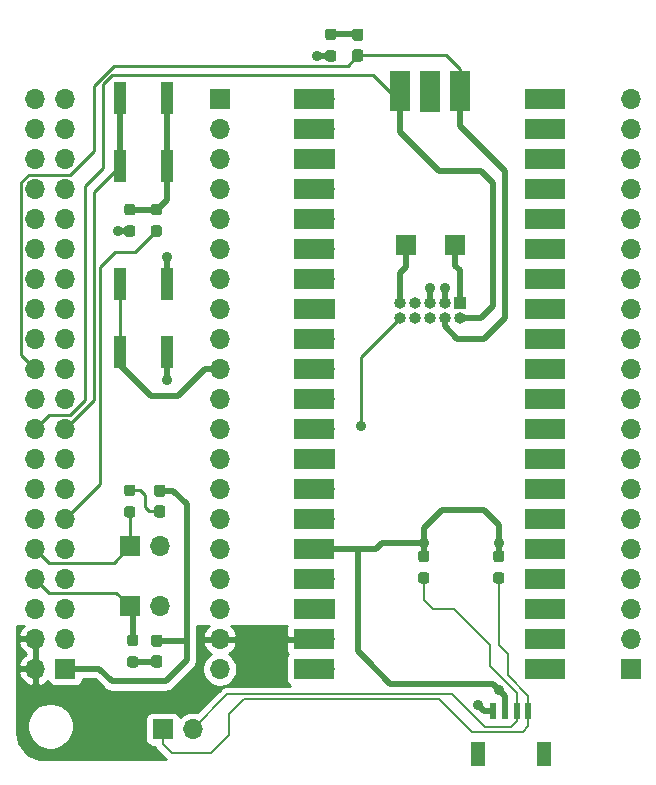
<source format=gtl>
G04 #@! TF.GenerationSoftware,KiCad,Pcbnew,5.1.9*
G04 #@! TF.CreationDate,2021-04-12T13:30:16-03:00*
G04 #@! TF.ProjectId,Piprogrammer,50697072-6f67-4726-916d-6d65722e6b69,rev?*
G04 #@! TF.SameCoordinates,Original*
G04 #@! TF.FileFunction,Copper,L1,Top*
G04 #@! TF.FilePolarity,Positive*
%FSLAX46Y46*%
G04 Gerber Fmt 4.6, Leading zero omitted, Abs format (unit mm)*
G04 Created by KiCad (PCBNEW 5.1.9) date 2021-04-12 13:30:16*
%MOMM*%
%LPD*%
G01*
G04 APERTURE LIST*
G04 #@! TA.AperFunction,SMDPad,CuDef*
%ADD10R,1.000000X2.800000*%
G04 #@! TD*
G04 #@! TA.AperFunction,ComponentPad*
%ADD11O,1.700000X1.700000*%
G04 #@! TD*
G04 #@! TA.AperFunction,ComponentPad*
%ADD12R,1.700000X1.700000*%
G04 #@! TD*
G04 #@! TA.AperFunction,SMDPad,CuDef*
%ADD13R,3.500000X1.700000*%
G04 #@! TD*
G04 #@! TA.AperFunction,SMDPad,CuDef*
%ADD14R,1.700000X3.500000*%
G04 #@! TD*
G04 #@! TA.AperFunction,SMDPad,CuDef*
%ADD15R,1.198880X1.998980*%
G04 #@! TD*
G04 #@! TA.AperFunction,SMDPad,CuDef*
%ADD16R,0.599440X1.348740*%
G04 #@! TD*
G04 #@! TA.AperFunction,ComponentPad*
%ADD17O,1.000000X1.000000*%
G04 #@! TD*
G04 #@! TA.AperFunction,ComponentPad*
%ADD18R,1.000000X1.000000*%
G04 #@! TD*
G04 #@! TA.AperFunction,ViaPad*
%ADD19C,0.900000*%
G04 #@! TD*
G04 #@! TA.AperFunction,Conductor*
%ADD20C,0.508000*%
G04 #@! TD*
G04 #@! TA.AperFunction,Conductor*
%ADD21C,0.254000*%
G04 #@! TD*
G04 #@! TA.AperFunction,Conductor*
%ADD22C,0.200000*%
G04 #@! TD*
G04 #@! TA.AperFunction,Conductor*
%ADD23C,0.100000*%
G04 #@! TD*
G04 APERTURE END LIST*
G04 #@! TA.AperFunction,SMDPad,CuDef*
G36*
G01*
X227923500Y-88361000D02*
X227448500Y-88361000D01*
G75*
G02*
X227211000Y-88123500I0J237500D01*
G01*
X227211000Y-87623500D01*
G75*
G02*
X227448500Y-87386000I237500J0D01*
G01*
X227923500Y-87386000D01*
G75*
G02*
X228161000Y-87623500I0J-237500D01*
G01*
X228161000Y-88123500D01*
G75*
G02*
X227923500Y-88361000I-237500J0D01*
G01*
G37*
G04 #@! TD.AperFunction*
G04 #@! TA.AperFunction,SMDPad,CuDef*
G36*
G01*
X227923500Y-90186000D02*
X227448500Y-90186000D01*
G75*
G02*
X227211000Y-89948500I0J237500D01*
G01*
X227211000Y-89448500D01*
G75*
G02*
X227448500Y-89211000I237500J0D01*
G01*
X227923500Y-89211000D01*
G75*
G02*
X228161000Y-89448500I0J-237500D01*
G01*
X228161000Y-89948500D01*
G75*
G02*
X227923500Y-90186000I-237500J0D01*
G01*
G37*
G04 #@! TD.AperFunction*
D10*
X209811000Y-99052000D03*
X209811000Y-93252000D03*
X213811000Y-99052000D03*
X213811000Y-93252000D03*
G04 #@! TA.AperFunction,SMDPad,CuDef*
G36*
G01*
X210905500Y-103196500D02*
X210430500Y-103196500D01*
G75*
G02*
X210193000Y-102959000I0J237500D01*
G01*
X210193000Y-102459000D01*
G75*
G02*
X210430500Y-102221500I237500J0D01*
G01*
X210905500Y-102221500D01*
G75*
G02*
X211143000Y-102459000I0J-237500D01*
G01*
X211143000Y-102959000D01*
G75*
G02*
X210905500Y-103196500I-237500J0D01*
G01*
G37*
G04 #@! TD.AperFunction*
G04 #@! TA.AperFunction,SMDPad,CuDef*
G36*
G01*
X210905500Y-105021500D02*
X210430500Y-105021500D01*
G75*
G02*
X210193000Y-104784000I0J237500D01*
G01*
X210193000Y-104284000D01*
G75*
G02*
X210430500Y-104046500I237500J0D01*
G01*
X210905500Y-104046500D01*
G75*
G02*
X211143000Y-104284000I0J-237500D01*
G01*
X211143000Y-104784000D01*
G75*
G02*
X210905500Y-105021500I-237500J0D01*
G01*
G37*
G04 #@! TD.AperFunction*
G04 #@! TA.AperFunction,SMDPad,CuDef*
G36*
G01*
X212690499Y-104046500D02*
X213165499Y-104046500D01*
G75*
G02*
X213402999Y-104284000I0J-237500D01*
G01*
X213402999Y-104784000D01*
G75*
G02*
X213165499Y-105021500I-237500J0D01*
G01*
X212690499Y-105021500D01*
G75*
G02*
X212452999Y-104784000I0J237500D01*
G01*
X212452999Y-104284000D01*
G75*
G02*
X212690499Y-104046500I237500J0D01*
G01*
G37*
G04 #@! TD.AperFunction*
G04 #@! TA.AperFunction,SMDPad,CuDef*
G36*
G01*
X212690499Y-102221500D02*
X213165499Y-102221500D01*
G75*
G02*
X213402999Y-102459000I0J-237500D01*
G01*
X213402999Y-102959000D01*
G75*
G02*
X213165499Y-103196500I-237500J0D01*
G01*
X212690499Y-103196500D01*
G75*
G02*
X212452999Y-102959000I0J237500D01*
G01*
X212452999Y-102459000D01*
G75*
G02*
X212690499Y-102221500I237500J0D01*
G01*
G37*
G04 #@! TD.AperFunction*
D11*
X244958000Y-141618000D03*
X244958000Y-139078000D03*
D12*
X244958000Y-136538000D03*
D11*
X244958000Y-133998000D03*
X244958000Y-131458000D03*
X244958000Y-128918000D03*
X244958000Y-126378000D03*
D12*
X244958000Y-123838000D03*
D11*
X244958000Y-121298000D03*
X244958000Y-118758000D03*
X244958000Y-116218000D03*
X244958000Y-113678000D03*
D12*
X244958000Y-111138000D03*
D11*
X244958000Y-108598000D03*
X244958000Y-106058000D03*
X244958000Y-103518000D03*
X244958000Y-100978000D03*
D12*
X244958000Y-98438000D03*
D11*
X244958000Y-95898000D03*
X244958000Y-93358000D03*
X227178000Y-93358000D03*
X227178000Y-95898000D03*
D12*
X227178000Y-98438000D03*
D11*
X227178000Y-100978000D03*
X227178000Y-103518000D03*
X227178000Y-106058000D03*
X227178000Y-108598000D03*
D12*
X227178000Y-111138000D03*
D11*
X227178000Y-113678000D03*
X227178000Y-116218000D03*
X227178000Y-118758000D03*
X227178000Y-121298000D03*
D12*
X227178000Y-123838000D03*
D11*
X227178000Y-126378000D03*
X227178000Y-128918000D03*
X227178000Y-131458000D03*
X227178000Y-133998000D03*
D12*
X227178000Y-136538000D03*
D11*
X227178000Y-139078000D03*
X227178000Y-141618000D03*
D13*
X245858000Y-141618000D03*
X245858000Y-139078000D03*
X245858000Y-136538000D03*
X245858000Y-133998000D03*
X245858000Y-131458000D03*
X245858000Y-128918000D03*
X245858000Y-126378000D03*
X245858000Y-123838000D03*
X245858000Y-121298000D03*
X245858000Y-118758000D03*
X245858000Y-116218000D03*
X245858000Y-113678000D03*
X245858000Y-111138000D03*
X245858000Y-108598000D03*
X245858000Y-106058000D03*
X245858000Y-103518000D03*
X245858000Y-100978000D03*
X245858000Y-98438000D03*
X245858000Y-95898000D03*
X245858000Y-93358000D03*
X226278000Y-141618000D03*
X226278000Y-139078000D03*
X226278000Y-136538000D03*
X226278000Y-133998000D03*
X226278000Y-131458000D03*
X226278000Y-128918000D03*
X226278000Y-126378000D03*
X226278000Y-123838000D03*
X226278000Y-121298000D03*
X226278000Y-118758000D03*
X226278000Y-116218000D03*
X226278000Y-113678000D03*
X226278000Y-111138000D03*
X226278000Y-108598000D03*
X226278000Y-106058000D03*
X226278000Y-103518000D03*
X226278000Y-100978000D03*
X226278000Y-98438000D03*
X226278000Y-95898000D03*
X226278000Y-93358000D03*
D14*
X238608000Y-92688000D03*
D11*
X238608000Y-93588000D03*
D14*
X236068000Y-92688000D03*
D12*
X236068000Y-93588000D03*
D14*
X233528000Y-92688000D03*
D11*
X233528000Y-93588000D03*
G04 #@! TA.AperFunction,SMDPad,CuDef*
G36*
G01*
X235797500Y-132557000D02*
X235322500Y-132557000D01*
G75*
G02*
X235085000Y-132319500I0J237500D01*
G01*
X235085000Y-131819500D01*
G75*
G02*
X235322500Y-131582000I237500J0D01*
G01*
X235797500Y-131582000D01*
G75*
G02*
X236035000Y-131819500I0J-237500D01*
G01*
X236035000Y-132319500D01*
G75*
G02*
X235797500Y-132557000I-237500J0D01*
G01*
G37*
G04 #@! TD.AperFunction*
G04 #@! TA.AperFunction,SMDPad,CuDef*
G36*
G01*
X235797500Y-134382000D02*
X235322500Y-134382000D01*
G75*
G02*
X235085000Y-134144500I0J237500D01*
G01*
X235085000Y-133644500D01*
G75*
G02*
X235322500Y-133407000I237500J0D01*
G01*
X235797500Y-133407000D01*
G75*
G02*
X236035000Y-133644500I0J-237500D01*
G01*
X236035000Y-134144500D01*
G75*
G02*
X235797500Y-134382000I-237500J0D01*
G01*
G37*
G04 #@! TD.AperFunction*
G04 #@! TA.AperFunction,SMDPad,CuDef*
G36*
G01*
X242147500Y-132557000D02*
X241672500Y-132557000D01*
G75*
G02*
X241435000Y-132319500I0J237500D01*
G01*
X241435000Y-131819500D01*
G75*
G02*
X241672500Y-131582000I237500J0D01*
G01*
X242147500Y-131582000D01*
G75*
G02*
X242385000Y-131819500I0J-237500D01*
G01*
X242385000Y-132319500D01*
G75*
G02*
X242147500Y-132557000I-237500J0D01*
G01*
G37*
G04 #@! TD.AperFunction*
G04 #@! TA.AperFunction,SMDPad,CuDef*
G36*
G01*
X242147500Y-134382000D02*
X241672500Y-134382000D01*
G75*
G02*
X241435000Y-134144500I0J237500D01*
G01*
X241435000Y-133644500D01*
G75*
G02*
X241672500Y-133407000I237500J0D01*
G01*
X242147500Y-133407000D01*
G75*
G02*
X242385000Y-133644500I0J-237500D01*
G01*
X242385000Y-134144500D01*
G75*
G02*
X242147500Y-134382000I-237500J0D01*
G01*
G37*
G04 #@! TD.AperFunction*
G04 #@! TA.AperFunction,SMDPad,CuDef*
G36*
G01*
X210905500Y-126969000D02*
X210430500Y-126969000D01*
G75*
G02*
X210193000Y-126731500I0J237500D01*
G01*
X210193000Y-126231500D01*
G75*
G02*
X210430500Y-125994000I237500J0D01*
G01*
X210905500Y-125994000D01*
G75*
G02*
X211143000Y-126231500I0J-237500D01*
G01*
X211143000Y-126731500D01*
G75*
G02*
X210905500Y-126969000I-237500J0D01*
G01*
G37*
G04 #@! TD.AperFunction*
G04 #@! TA.AperFunction,SMDPad,CuDef*
G36*
G01*
X210905500Y-128794000D02*
X210430500Y-128794000D01*
G75*
G02*
X210193000Y-128556500I0J237500D01*
G01*
X210193000Y-128056500D01*
G75*
G02*
X210430500Y-127819000I237500J0D01*
G01*
X210905500Y-127819000D01*
G75*
G02*
X211143000Y-128056500I0J-237500D01*
G01*
X211143000Y-128556500D01*
G75*
G02*
X210905500Y-128794000I-237500J0D01*
G01*
G37*
G04 #@! TD.AperFunction*
G04 #@! TA.AperFunction,SMDPad,CuDef*
G36*
G01*
X210684500Y-140519000D02*
X211159500Y-140519000D01*
G75*
G02*
X211397000Y-140756500I0J-237500D01*
G01*
X211397000Y-141256500D01*
G75*
G02*
X211159500Y-141494000I-237500J0D01*
G01*
X210684500Y-141494000D01*
G75*
G02*
X210447000Y-141256500I0J237500D01*
G01*
X210447000Y-140756500D01*
G75*
G02*
X210684500Y-140519000I237500J0D01*
G01*
G37*
G04 #@! TD.AperFunction*
G04 #@! TA.AperFunction,SMDPad,CuDef*
G36*
G01*
X210684500Y-138694000D02*
X211159500Y-138694000D01*
G75*
G02*
X211397000Y-138931500I0J-237500D01*
G01*
X211397000Y-139431500D01*
G75*
G02*
X211159500Y-139669000I-237500J0D01*
G01*
X210684500Y-139669000D01*
G75*
G02*
X210447000Y-139431500I0J237500D01*
G01*
X210447000Y-138931500D01*
G75*
G02*
X210684500Y-138694000I237500J0D01*
G01*
G37*
G04 #@! TD.AperFunction*
D15*
X240126920Y-148846840D03*
X245725080Y-148846840D03*
D16*
X244424600Y-145174000D03*
X243423840Y-145174000D03*
X242428160Y-145174000D03*
X241427400Y-145174000D03*
D12*
X234036000Y-105677000D03*
D11*
X216002000Y-146698000D03*
D12*
X213462000Y-146698000D03*
D17*
X233528000Y-111900000D03*
X233528000Y-110630000D03*
X234798000Y-111900000D03*
X234798000Y-110630000D03*
X236068000Y-111900000D03*
X236068000Y-110630000D03*
X237338000Y-111900000D03*
X237338000Y-110630000D03*
X238608000Y-111900000D03*
D18*
X238608000Y-110630000D03*
D12*
X238227000Y-105677000D03*
D11*
X218288000Y-141618000D03*
X218288000Y-139078000D03*
X218288000Y-136538000D03*
X218288000Y-133998000D03*
X218288000Y-131458000D03*
X218288000Y-128918000D03*
X218288000Y-126378000D03*
X218288000Y-123838000D03*
X218288000Y-121298000D03*
X218288000Y-118758000D03*
X218288000Y-116218000D03*
X218288000Y-113678000D03*
X218288000Y-111138000D03*
X218288000Y-108598000D03*
X218288000Y-106058000D03*
X218288000Y-103518000D03*
X218288000Y-100978000D03*
X218288000Y-98438000D03*
X218288000Y-95898000D03*
D12*
X218288000Y-93358000D03*
D11*
X253086000Y-93320000D03*
X253086000Y-95860000D03*
X253086000Y-98400000D03*
X253086000Y-100940000D03*
X253086000Y-103480000D03*
X253086000Y-106020000D03*
X253086000Y-108560000D03*
X253086000Y-111100000D03*
X253086000Y-113640000D03*
X253086000Y-116180000D03*
X253086000Y-118720000D03*
X253086000Y-121260000D03*
X253086000Y-123800000D03*
X253086000Y-126340000D03*
X253086000Y-128880000D03*
X253086000Y-131420000D03*
X253086000Y-133960000D03*
X253086000Y-136500000D03*
X253086000Y-139040000D03*
D12*
X253086000Y-141580000D03*
D11*
X213248000Y-131204000D03*
D12*
X210708000Y-131204000D03*
D11*
X213208000Y-136284000D03*
D12*
X210668000Y-136284000D03*
G04 #@! TA.AperFunction,SMDPad,CuDef*
G36*
G01*
X229734500Y-87386000D02*
X230209500Y-87386000D01*
G75*
G02*
X230447000Y-87623500I0J-237500D01*
G01*
X230447000Y-88198500D01*
G75*
G02*
X230209500Y-88436000I-237500J0D01*
G01*
X229734500Y-88436000D01*
G75*
G02*
X229497000Y-88198500I0J237500D01*
G01*
X229497000Y-87623500D01*
G75*
G02*
X229734500Y-87386000I237500J0D01*
G01*
G37*
G04 #@! TD.AperFunction*
G04 #@! TA.AperFunction,SMDPad,CuDef*
G36*
G01*
X229734500Y-89136000D02*
X230209500Y-89136000D01*
G75*
G02*
X230447000Y-89373500I0J-237500D01*
G01*
X230447000Y-89948500D01*
G75*
G02*
X230209500Y-90186000I-237500J0D01*
G01*
X229734500Y-90186000D01*
G75*
G02*
X229497000Y-89948500I0J237500D01*
G01*
X229497000Y-89373500D01*
G75*
G02*
X229734500Y-89136000I237500J0D01*
G01*
G37*
G04 #@! TD.AperFunction*
G04 #@! TA.AperFunction,SMDPad,CuDef*
G36*
G01*
X213445500Y-128794000D02*
X212970500Y-128794000D01*
G75*
G02*
X212733000Y-128556500I0J237500D01*
G01*
X212733000Y-127981500D01*
G75*
G02*
X212970500Y-127744000I237500J0D01*
G01*
X213445500Y-127744000D01*
G75*
G02*
X213683000Y-127981500I0J-237500D01*
G01*
X213683000Y-128556500D01*
G75*
G02*
X213445500Y-128794000I-237500J0D01*
G01*
G37*
G04 #@! TD.AperFunction*
G04 #@! TA.AperFunction,SMDPad,CuDef*
G36*
G01*
X213445500Y-127044000D02*
X212970500Y-127044000D01*
G75*
G02*
X212733000Y-126806500I0J237500D01*
G01*
X212733000Y-126231500D01*
G75*
G02*
X212970500Y-125994000I237500J0D01*
G01*
X213445500Y-125994000D01*
G75*
G02*
X213683000Y-126231500I0J-237500D01*
G01*
X213683000Y-126806500D01*
G75*
G02*
X213445500Y-127044000I-237500J0D01*
G01*
G37*
G04 #@! TD.AperFunction*
G04 #@! TA.AperFunction,SMDPad,CuDef*
G36*
G01*
X213191500Y-139744000D02*
X212716500Y-139744000D01*
G75*
G02*
X212479000Y-139506500I0J237500D01*
G01*
X212479000Y-138931500D01*
G75*
G02*
X212716500Y-138694000I237500J0D01*
G01*
X213191500Y-138694000D01*
G75*
G02*
X213429000Y-138931500I0J-237500D01*
G01*
X213429000Y-139506500D01*
G75*
G02*
X213191500Y-139744000I-237500J0D01*
G01*
G37*
G04 #@! TD.AperFunction*
G04 #@! TA.AperFunction,SMDPad,CuDef*
G36*
G01*
X213191500Y-141494000D02*
X212716500Y-141494000D01*
G75*
G02*
X212479000Y-141256500I0J237500D01*
G01*
X212479000Y-140681500D01*
G75*
G02*
X212716500Y-140444000I237500J0D01*
G01*
X213191500Y-140444000D01*
G75*
G02*
X213429000Y-140681500I0J-237500D01*
G01*
X213429000Y-141256500D01*
G75*
G02*
X213191500Y-141494000I-237500J0D01*
G01*
G37*
G04 #@! TD.AperFunction*
X205220000Y-141580000D03*
D11*
X202680000Y-141580000D03*
X205220000Y-139040000D03*
X202680000Y-139040000D03*
X205220000Y-136500000D03*
X202680000Y-136500000D03*
X205220000Y-133960000D03*
X202680000Y-133960000D03*
X205220000Y-131420000D03*
X202680000Y-131420000D03*
X205220000Y-128880000D03*
X202680000Y-128880000D03*
X205220000Y-126340000D03*
X202680000Y-126340000D03*
X205220000Y-123800000D03*
X202680000Y-123800000D03*
X205220000Y-121260000D03*
X202680000Y-121260000D03*
X205220000Y-118720000D03*
X202680000Y-118720000D03*
X205220000Y-116180000D03*
X202680000Y-116180000D03*
X205220000Y-113640000D03*
X202680000Y-113640000D03*
X205220000Y-111100000D03*
X202680000Y-111100000D03*
X205220000Y-108560000D03*
X202680000Y-108560000D03*
X205220000Y-106020000D03*
X202680000Y-106020000D03*
X205220000Y-103480000D03*
X202680000Y-103480000D03*
X205220000Y-100940000D03*
X202680000Y-100940000D03*
X205220000Y-98400000D03*
X202680000Y-98400000D03*
X205220000Y-95860000D03*
X202680000Y-95860000D03*
X205220000Y-93320000D03*
X202680000Y-93320000D03*
D10*
X213811000Y-109000000D03*
X213811000Y-114800000D03*
X209811000Y-109000000D03*
X209811000Y-114800000D03*
D19*
X213811000Y-106725000D03*
X209652000Y-104534000D03*
X236068000Y-109360000D03*
X237338000Y-109360000D03*
X240132000Y-144666000D03*
X213811000Y-117139000D03*
X226519500Y-89698500D03*
X230226000Y-121044000D03*
X235560000Y-130950000D03*
X241910000Y-130950000D03*
X241910000Y-143396000D03*
D20*
X209811000Y-93252000D02*
X209811000Y-99052000D01*
D21*
X207620000Y-101243000D02*
X209811000Y-99052000D01*
X207620000Y-118860000D02*
X207620000Y-101243000D01*
X205220000Y-121260000D02*
X207620000Y-118860000D01*
D20*
X212954000Y-139219000D02*
X214337000Y-139219000D01*
X208090000Y-141580000D02*
X205220000Y-141580000D01*
X209144000Y-142634000D02*
X208090000Y-141580000D01*
X213716000Y-142634000D02*
X209144000Y-142634000D01*
X215494000Y-140856000D02*
X213716000Y-142634000D01*
X214365000Y-126519000D02*
X215494000Y-127648000D01*
X213208000Y-126519000D02*
X214365000Y-126519000D01*
X215353000Y-139219000D02*
X215494000Y-139078000D01*
X212954000Y-139219000D02*
X215353000Y-139219000D01*
X215494000Y-139078000D02*
X215494000Y-140856000D01*
X215494000Y-127648000D02*
X215494000Y-139078000D01*
X213811000Y-109000000D02*
X213811000Y-106725000D01*
X210668000Y-104534000D02*
X209652000Y-104534000D01*
X236068000Y-110630000D02*
X236068000Y-109360000D01*
X237338000Y-110630000D02*
X237338000Y-109360000D01*
X241427400Y-145174000D02*
X240640000Y-145174000D01*
X240640000Y-145174000D02*
X240132000Y-144666000D01*
X213811000Y-114800000D02*
X213811000Y-117139000D01*
X227686000Y-89698500D02*
X226519500Y-89698500D01*
D21*
X211149999Y-106312000D02*
X212927999Y-104534000D01*
X208128000Y-107582000D02*
X209398000Y-106312000D01*
X209398000Y-106312000D02*
X211149999Y-106312000D01*
X208128000Y-125972000D02*
X208128000Y-107582000D01*
X205220000Y-128880000D02*
X208128000Y-125972000D01*
D20*
X212916500Y-141006500D02*
X212954000Y-140969000D01*
X210922000Y-141006500D02*
X212916500Y-141006500D01*
D21*
X210668000Y-126481500D02*
X211533500Y-126481500D01*
X211533500Y-126481500D02*
X211938000Y-126886000D01*
X211938000Y-126886000D02*
X211938000Y-127902000D01*
X212305000Y-128269000D02*
X213208000Y-128269000D01*
X211938000Y-127902000D02*
X212305000Y-128269000D01*
D20*
X238608000Y-93588000D02*
X238608000Y-95644000D01*
X238608000Y-95644000D02*
X242418000Y-99454000D01*
X242418000Y-99454000D02*
X242418000Y-111900000D01*
X242418000Y-111900000D02*
X240640000Y-113678000D01*
X237338000Y-112607106D02*
X237338000Y-111900000D01*
X238408894Y-113678000D02*
X237338000Y-112607106D01*
X240640000Y-113678000D02*
X238408894Y-113678000D01*
D21*
X238608000Y-90818000D02*
X238608000Y-93588000D01*
X237451000Y-89661000D02*
X238608000Y-90818000D01*
X207620000Y-92207934D02*
X209314924Y-90513010D01*
X207620000Y-97741962D02*
X207620000Y-92207934D01*
X205598963Y-99762999D02*
X207620000Y-97741962D01*
X209314924Y-90513010D02*
X229119990Y-90513010D01*
X202115039Y-99762999D02*
X205598963Y-99762999D01*
X201502999Y-115002999D02*
X201502999Y-100375039D01*
X229119990Y-90513010D02*
X229972000Y-89661000D01*
X201502999Y-100375039D02*
X202115039Y-99762999D01*
X202680000Y-116180000D02*
X201502999Y-115002999D01*
X229972000Y-89661000D02*
X237451000Y-89661000D01*
D20*
X227686000Y-87873500D02*
X229934500Y-87873500D01*
X210922000Y-136538000D02*
X210668000Y-136284000D01*
X210922000Y-139181500D02*
X210922000Y-136538000D01*
D21*
X209521001Y-135137001D02*
X210668000Y-136284000D01*
X203857001Y-135137001D02*
X209521001Y-135137001D01*
X202680000Y-133960000D02*
X203857001Y-135137001D01*
X209314999Y-132597001D02*
X210708000Y-131204000D01*
X203857001Y-132597001D02*
X209314999Y-132597001D01*
X202680000Y-131420000D02*
X203857001Y-132597001D01*
X210668000Y-131164000D02*
X210708000Y-131204000D01*
X210668000Y-128306500D02*
X210668000Y-131164000D01*
X209811000Y-109000000D02*
X209811000Y-114800000D01*
D20*
X209811000Y-114800000D02*
X209811000Y-115869000D01*
X209811000Y-115869000D02*
X212446000Y-118504000D01*
X212446000Y-118504000D02*
X214732000Y-118504000D01*
X214732000Y-118504000D02*
X217018000Y-116218000D01*
X217018000Y-116218000D02*
X218288000Y-116218000D01*
X238227000Y-105677000D02*
X238227000Y-107455000D01*
X238608000Y-107836000D02*
X238608000Y-110630000D01*
X238227000Y-107455000D02*
X238608000Y-107836000D01*
D21*
X230226000Y-115202000D02*
X233528000Y-111900000D01*
X230226000Y-115202000D02*
X230226000Y-121044000D01*
D20*
X233528000Y-110630000D02*
X233528000Y-108090000D01*
X234036000Y-107582000D02*
X234036000Y-105677000D01*
X233528000Y-108090000D02*
X234036000Y-107582000D01*
X240386000Y-111900000D02*
X238608000Y-111900000D01*
X241402000Y-110884000D02*
X240386000Y-111900000D01*
X240386000Y-99454000D02*
X241402000Y-100470000D01*
X233528000Y-96152000D02*
X236830000Y-99454000D01*
X241402000Y-100470000D02*
X241402000Y-110884000D01*
X236830000Y-99454000D02*
X240386000Y-99454000D01*
X233528000Y-93588000D02*
X233528000Y-96152000D01*
D21*
X231266000Y-91326000D02*
X233528000Y-93588000D01*
X206858000Y-100724000D02*
X208382000Y-99200000D01*
X206858000Y-118823962D02*
X206858000Y-100724000D01*
X205598963Y-120082999D02*
X206858000Y-118823962D01*
X203857001Y-120082999D02*
X205598963Y-120082999D01*
X202680000Y-121260000D02*
X203857001Y-120082999D01*
X208382000Y-92088000D02*
X209144000Y-91326000D01*
X209144000Y-91326000D02*
X231266000Y-91326000D01*
X208382000Y-99200000D02*
X208382000Y-92088000D01*
D22*
X243423840Y-146048370D02*
X242920220Y-146551990D01*
X243423840Y-145174000D02*
X243423840Y-146048370D01*
X235560000Y-133894500D02*
X235560000Y-135776000D01*
X235560000Y-135776000D02*
X236322000Y-136538000D01*
X238127002Y-136538000D02*
X241148000Y-139558998D01*
X236322000Y-136538000D02*
X238127002Y-136538000D01*
X241148000Y-139558998D02*
X241148000Y-141364000D01*
X243423840Y-143639840D02*
X243423840Y-145174000D01*
X241148000Y-141364000D02*
X243423840Y-143639840D01*
X218942010Y-143757990D02*
X237953990Y-143757990D01*
X216002000Y-146698000D02*
X218942010Y-143757990D01*
X240747990Y-146551990D02*
X237953990Y-143757990D01*
X242920220Y-146551990D02*
X240747990Y-146551990D01*
X243942000Y-146952000D02*
X244424600Y-146469400D01*
X236830000Y-144158000D02*
X239624000Y-146952000D01*
X220320000Y-144158000D02*
X236830000Y-144158000D01*
X219050000Y-147206000D02*
X219050000Y-145428000D01*
X239624000Y-146952000D02*
X243942000Y-146952000D01*
X217526000Y-148730000D02*
X219050000Y-147206000D01*
X244424600Y-146469400D02*
X244424600Y-145174000D01*
X214224000Y-148730000D02*
X217526000Y-148730000D01*
X219050000Y-145428000D02*
X220320000Y-144158000D01*
X213462000Y-147968000D02*
X214224000Y-148730000D01*
X213462000Y-146698000D02*
X213462000Y-147968000D01*
X241910000Y-133894500D02*
X241910000Y-139586000D01*
X241910000Y-139586000D02*
X242672000Y-140348000D01*
X242672000Y-140348000D02*
X242672000Y-142126000D01*
X244424600Y-143878600D02*
X244424600Y-145174000D01*
X242672000Y-142126000D02*
X244424600Y-143878600D01*
D20*
X213811000Y-93252000D02*
X213811000Y-99052000D01*
X210668000Y-102709000D02*
X212927999Y-102709000D01*
X212927999Y-102709000D02*
X213001000Y-102709000D01*
X213811000Y-101899000D02*
X213811000Y-99052000D01*
X213001000Y-102709000D02*
X213811000Y-101899000D01*
X235560000Y-132069500D02*
X235560000Y-130950000D01*
X241910000Y-132069500D02*
X241910000Y-130950000D01*
X242428160Y-145174000D02*
X242428160Y-143914160D01*
X242428160Y-143914160D02*
X241910000Y-143396000D01*
X232004000Y-130950000D02*
X235560000Y-130950000D01*
X231496000Y-131458000D02*
X232004000Y-130950000D01*
X235560000Y-130950000D02*
X235560000Y-129680000D01*
X235560000Y-129680000D02*
X237084000Y-128156000D01*
X237084000Y-128156000D02*
X240640000Y-128156000D01*
X241910000Y-129426000D02*
X241910000Y-130950000D01*
X240640000Y-128156000D02*
X241910000Y-129426000D01*
X241910000Y-143396000D02*
X241402000Y-142888000D01*
X232739078Y-142888000D02*
X230734000Y-140882922D01*
X241402000Y-142888000D02*
X232739078Y-142888000D01*
X230734000Y-140882922D02*
X230734000Y-140856000D01*
X230734000Y-140856000D02*
X229972000Y-140094000D01*
X229972000Y-140094000D02*
X229972000Y-131458000D01*
X229972000Y-131458000D02*
X231496000Y-131458000D01*
X227178000Y-131458000D02*
X229972000Y-131458000D01*
D21*
X201582412Y-138039731D02*
X201408359Y-138273080D01*
X201283175Y-138535901D01*
X201238524Y-138683110D01*
X201359845Y-138913000D01*
X202553000Y-138913000D01*
X202553000Y-138893000D01*
X202807000Y-138893000D01*
X202807000Y-138913000D01*
X202827000Y-138913000D01*
X202827000Y-139167000D01*
X202807000Y-139167000D01*
X202807000Y-141453000D01*
X202827000Y-141453000D01*
X202827000Y-141707000D01*
X202807000Y-141707000D01*
X202807000Y-142900814D01*
X203036891Y-143021481D01*
X203311252Y-142924157D01*
X203561355Y-142775178D01*
X203757502Y-142598374D01*
X203780498Y-142674180D01*
X203839463Y-142784494D01*
X203918815Y-142881185D01*
X204015506Y-142960537D01*
X204125820Y-143019502D01*
X204245518Y-143055812D01*
X204370000Y-143068072D01*
X206070000Y-143068072D01*
X206194482Y-143055812D01*
X206314180Y-143019502D01*
X206424494Y-142960537D01*
X206521185Y-142881185D01*
X206600537Y-142784494D01*
X206659502Y-142674180D01*
X206695812Y-142554482D01*
X206704231Y-142469000D01*
X207721765Y-142469000D01*
X208484505Y-143231741D01*
X208512341Y-143265659D01*
X208647709Y-143376753D01*
X208802149Y-143459303D01*
X208855073Y-143475357D01*
X208969724Y-143510136D01*
X209002924Y-143513406D01*
X209100333Y-143523000D01*
X209100339Y-143523000D01*
X209143999Y-143527300D01*
X209187659Y-143523000D01*
X213672340Y-143523000D01*
X213716000Y-143527300D01*
X213759660Y-143523000D01*
X213759667Y-143523000D01*
X213890274Y-143510136D01*
X214057851Y-143459303D01*
X214212291Y-143376753D01*
X214347659Y-143265659D01*
X214375499Y-143231736D01*
X216091742Y-141515494D01*
X216125659Y-141487659D01*
X216138723Y-141471740D01*
X216803000Y-141471740D01*
X216803000Y-141764260D01*
X216860068Y-142051158D01*
X216972010Y-142321411D01*
X217134525Y-142564632D01*
X217341368Y-142771475D01*
X217584589Y-142933990D01*
X217854842Y-143045932D01*
X218141740Y-143103000D01*
X218434260Y-143103000D01*
X218721158Y-143045932D01*
X218991411Y-142933990D01*
X219234632Y-142771475D01*
X219441475Y-142564632D01*
X219603990Y-142321411D01*
X219715932Y-142051158D01*
X219773000Y-141764260D01*
X219773000Y-141471740D01*
X219715932Y-141184842D01*
X219603990Y-140914589D01*
X219441475Y-140671368D01*
X219234632Y-140464525D01*
X219052466Y-140342805D01*
X219169355Y-140273178D01*
X219385588Y-140078269D01*
X219559641Y-139844920D01*
X219684825Y-139582099D01*
X219729476Y-139434890D01*
X219608155Y-139205000D01*
X218415000Y-139205000D01*
X218415000Y-139225000D01*
X218161000Y-139225000D01*
X218161000Y-139205000D01*
X216967845Y-139205000D01*
X216846524Y-139434890D01*
X216891175Y-139582099D01*
X217016359Y-139844920D01*
X217190412Y-140078269D01*
X217406645Y-140273178D01*
X217523534Y-140342805D01*
X217341368Y-140464525D01*
X217134525Y-140671368D01*
X216972010Y-140914589D01*
X216860068Y-141184842D01*
X216803000Y-141471740D01*
X216138723Y-141471740D01*
X216236753Y-141352291D01*
X216319303Y-141197851D01*
X216370136Y-141030274D01*
X216383000Y-140899667D01*
X216383000Y-140899660D01*
X216387300Y-140856000D01*
X216383000Y-140812340D01*
X216383000Y-139121661D01*
X216387300Y-139078001D01*
X216383000Y-139034341D01*
X216383000Y-137935000D01*
X217348758Y-137935000D01*
X217190412Y-138077731D01*
X217016359Y-138311080D01*
X216891175Y-138573901D01*
X216846524Y-138721110D01*
X216967845Y-138951000D01*
X218161000Y-138951000D01*
X218161000Y-138931000D01*
X218415000Y-138931000D01*
X218415000Y-138951000D01*
X219608155Y-138951000D01*
X219729476Y-138721110D01*
X219684825Y-138573901D01*
X219559641Y-138311080D01*
X219385588Y-138077731D01*
X219227242Y-137935000D01*
X223964593Y-137935000D01*
X223938498Y-137983820D01*
X223902188Y-138103518D01*
X223889928Y-138228000D01*
X223893000Y-138792250D01*
X224051750Y-138951000D01*
X226425000Y-138951000D01*
X226425000Y-139205000D01*
X224051750Y-139205000D01*
X223893000Y-139363750D01*
X223889928Y-139928000D01*
X223902188Y-140052482D01*
X223938498Y-140172180D01*
X223997463Y-140282494D01*
X224051222Y-140348000D01*
X223997463Y-140413506D01*
X223938498Y-140523820D01*
X223902188Y-140643518D01*
X223889928Y-140768000D01*
X223889928Y-142468000D01*
X223902188Y-142592482D01*
X223938498Y-142712180D01*
X223997463Y-142822494D01*
X224076815Y-142919185D01*
X224173506Y-142998537D01*
X224219254Y-143022990D01*
X218978114Y-143022990D01*
X218942009Y-143019434D01*
X218797924Y-143033625D01*
X218757354Y-143045932D01*
X218659377Y-143075653D01*
X218531690Y-143143903D01*
X218419772Y-143235752D01*
X218396756Y-143263797D01*
X216397897Y-145262656D01*
X216148260Y-145213000D01*
X215855740Y-145213000D01*
X215568842Y-145270068D01*
X215298589Y-145382010D01*
X215055368Y-145544525D01*
X214923513Y-145676380D01*
X214901502Y-145603820D01*
X214842537Y-145493506D01*
X214763185Y-145396815D01*
X214666494Y-145317463D01*
X214556180Y-145258498D01*
X214436482Y-145222188D01*
X214312000Y-145209928D01*
X212612000Y-145209928D01*
X212487518Y-145222188D01*
X212367820Y-145258498D01*
X212257506Y-145317463D01*
X212160815Y-145396815D01*
X212081463Y-145493506D01*
X212022498Y-145603820D01*
X211986188Y-145723518D01*
X211973928Y-145848000D01*
X211973928Y-147548000D01*
X211986188Y-147672482D01*
X212022498Y-147792180D01*
X212081463Y-147902494D01*
X212160815Y-147999185D01*
X212257506Y-148078537D01*
X212367820Y-148137502D01*
X212487518Y-148173812D01*
X212612000Y-148186072D01*
X212760079Y-148186072D01*
X212779664Y-148250633D01*
X212847914Y-148378320D01*
X212939763Y-148490238D01*
X212967808Y-148513254D01*
X213678746Y-149224193D01*
X213701762Y-149252238D01*
X213717312Y-149265000D01*
X203483504Y-149265000D01*
X203000984Y-149217688D01*
X202569073Y-149087287D01*
X202170720Y-148875480D01*
X201821086Y-148590325D01*
X201533503Y-148242697D01*
X201318915Y-147845825D01*
X201185500Y-147414834D01*
X201135000Y-146934346D01*
X201135000Y-146254495D01*
X201965000Y-146254495D01*
X201965000Y-146645505D01*
X202041282Y-147029003D01*
X202190915Y-147390250D01*
X202408149Y-147715364D01*
X202684636Y-147991851D01*
X203009750Y-148209085D01*
X203370997Y-148358718D01*
X203754495Y-148435000D01*
X204145505Y-148435000D01*
X204529003Y-148358718D01*
X204890250Y-148209085D01*
X205215364Y-147991851D01*
X205491851Y-147715364D01*
X205709085Y-147390250D01*
X205858718Y-147029003D01*
X205935000Y-146645505D01*
X205935000Y-146254495D01*
X205858718Y-145870997D01*
X205709085Y-145509750D01*
X205491851Y-145184636D01*
X205215364Y-144908149D01*
X204890250Y-144690915D01*
X204529003Y-144541282D01*
X204145505Y-144465000D01*
X203754495Y-144465000D01*
X203370997Y-144541282D01*
X203009750Y-144690915D01*
X202684636Y-144908149D01*
X202408149Y-145184636D01*
X202190915Y-145509750D01*
X202041282Y-145870997D01*
X201965000Y-146254495D01*
X201135000Y-146254495D01*
X201135000Y-141936890D01*
X201238524Y-141936890D01*
X201283175Y-142084099D01*
X201408359Y-142346920D01*
X201582412Y-142580269D01*
X201798645Y-142775178D01*
X202048748Y-142924157D01*
X202323109Y-143021481D01*
X202553000Y-142900814D01*
X202553000Y-141707000D01*
X201359845Y-141707000D01*
X201238524Y-141936890D01*
X201135000Y-141936890D01*
X201135000Y-139396890D01*
X201238524Y-139396890D01*
X201283175Y-139544099D01*
X201408359Y-139806920D01*
X201582412Y-140040269D01*
X201798645Y-140235178D01*
X201924255Y-140310000D01*
X201798645Y-140384822D01*
X201582412Y-140579731D01*
X201408359Y-140813080D01*
X201283175Y-141075901D01*
X201238524Y-141223110D01*
X201359845Y-141453000D01*
X202553000Y-141453000D01*
X202553000Y-139167000D01*
X201359845Y-139167000D01*
X201238524Y-139396890D01*
X201135000Y-139396890D01*
X201135000Y-137935000D01*
X201698601Y-137935000D01*
X201582412Y-138039731D01*
G04 #@! TA.AperFunction,Conductor*
D23*
G36*
X201582412Y-138039731D02*
G01*
X201408359Y-138273080D01*
X201283175Y-138535901D01*
X201238524Y-138683110D01*
X201359845Y-138913000D01*
X202553000Y-138913000D01*
X202553000Y-138893000D01*
X202807000Y-138893000D01*
X202807000Y-138913000D01*
X202827000Y-138913000D01*
X202827000Y-139167000D01*
X202807000Y-139167000D01*
X202807000Y-141453000D01*
X202827000Y-141453000D01*
X202827000Y-141707000D01*
X202807000Y-141707000D01*
X202807000Y-142900814D01*
X203036891Y-143021481D01*
X203311252Y-142924157D01*
X203561355Y-142775178D01*
X203757502Y-142598374D01*
X203780498Y-142674180D01*
X203839463Y-142784494D01*
X203918815Y-142881185D01*
X204015506Y-142960537D01*
X204125820Y-143019502D01*
X204245518Y-143055812D01*
X204370000Y-143068072D01*
X206070000Y-143068072D01*
X206194482Y-143055812D01*
X206314180Y-143019502D01*
X206424494Y-142960537D01*
X206521185Y-142881185D01*
X206600537Y-142784494D01*
X206659502Y-142674180D01*
X206695812Y-142554482D01*
X206704231Y-142469000D01*
X207721765Y-142469000D01*
X208484505Y-143231741D01*
X208512341Y-143265659D01*
X208647709Y-143376753D01*
X208802149Y-143459303D01*
X208855073Y-143475357D01*
X208969724Y-143510136D01*
X209002924Y-143513406D01*
X209100333Y-143523000D01*
X209100339Y-143523000D01*
X209143999Y-143527300D01*
X209187659Y-143523000D01*
X213672340Y-143523000D01*
X213716000Y-143527300D01*
X213759660Y-143523000D01*
X213759667Y-143523000D01*
X213890274Y-143510136D01*
X214057851Y-143459303D01*
X214212291Y-143376753D01*
X214347659Y-143265659D01*
X214375499Y-143231736D01*
X216091742Y-141515494D01*
X216125659Y-141487659D01*
X216138723Y-141471740D01*
X216803000Y-141471740D01*
X216803000Y-141764260D01*
X216860068Y-142051158D01*
X216972010Y-142321411D01*
X217134525Y-142564632D01*
X217341368Y-142771475D01*
X217584589Y-142933990D01*
X217854842Y-143045932D01*
X218141740Y-143103000D01*
X218434260Y-143103000D01*
X218721158Y-143045932D01*
X218991411Y-142933990D01*
X219234632Y-142771475D01*
X219441475Y-142564632D01*
X219603990Y-142321411D01*
X219715932Y-142051158D01*
X219773000Y-141764260D01*
X219773000Y-141471740D01*
X219715932Y-141184842D01*
X219603990Y-140914589D01*
X219441475Y-140671368D01*
X219234632Y-140464525D01*
X219052466Y-140342805D01*
X219169355Y-140273178D01*
X219385588Y-140078269D01*
X219559641Y-139844920D01*
X219684825Y-139582099D01*
X219729476Y-139434890D01*
X219608155Y-139205000D01*
X218415000Y-139205000D01*
X218415000Y-139225000D01*
X218161000Y-139225000D01*
X218161000Y-139205000D01*
X216967845Y-139205000D01*
X216846524Y-139434890D01*
X216891175Y-139582099D01*
X217016359Y-139844920D01*
X217190412Y-140078269D01*
X217406645Y-140273178D01*
X217523534Y-140342805D01*
X217341368Y-140464525D01*
X217134525Y-140671368D01*
X216972010Y-140914589D01*
X216860068Y-141184842D01*
X216803000Y-141471740D01*
X216138723Y-141471740D01*
X216236753Y-141352291D01*
X216319303Y-141197851D01*
X216370136Y-141030274D01*
X216383000Y-140899667D01*
X216383000Y-140899660D01*
X216387300Y-140856000D01*
X216383000Y-140812340D01*
X216383000Y-139121661D01*
X216387300Y-139078001D01*
X216383000Y-139034341D01*
X216383000Y-137935000D01*
X217348758Y-137935000D01*
X217190412Y-138077731D01*
X217016359Y-138311080D01*
X216891175Y-138573901D01*
X216846524Y-138721110D01*
X216967845Y-138951000D01*
X218161000Y-138951000D01*
X218161000Y-138931000D01*
X218415000Y-138931000D01*
X218415000Y-138951000D01*
X219608155Y-138951000D01*
X219729476Y-138721110D01*
X219684825Y-138573901D01*
X219559641Y-138311080D01*
X219385588Y-138077731D01*
X219227242Y-137935000D01*
X223964593Y-137935000D01*
X223938498Y-137983820D01*
X223902188Y-138103518D01*
X223889928Y-138228000D01*
X223893000Y-138792250D01*
X224051750Y-138951000D01*
X226425000Y-138951000D01*
X226425000Y-139205000D01*
X224051750Y-139205000D01*
X223893000Y-139363750D01*
X223889928Y-139928000D01*
X223902188Y-140052482D01*
X223938498Y-140172180D01*
X223997463Y-140282494D01*
X224051222Y-140348000D01*
X223997463Y-140413506D01*
X223938498Y-140523820D01*
X223902188Y-140643518D01*
X223889928Y-140768000D01*
X223889928Y-142468000D01*
X223902188Y-142592482D01*
X223938498Y-142712180D01*
X223997463Y-142822494D01*
X224076815Y-142919185D01*
X224173506Y-142998537D01*
X224219254Y-143022990D01*
X218978114Y-143022990D01*
X218942009Y-143019434D01*
X218797924Y-143033625D01*
X218757354Y-143045932D01*
X218659377Y-143075653D01*
X218531690Y-143143903D01*
X218419772Y-143235752D01*
X218396756Y-143263797D01*
X216397897Y-145262656D01*
X216148260Y-145213000D01*
X215855740Y-145213000D01*
X215568842Y-145270068D01*
X215298589Y-145382010D01*
X215055368Y-145544525D01*
X214923513Y-145676380D01*
X214901502Y-145603820D01*
X214842537Y-145493506D01*
X214763185Y-145396815D01*
X214666494Y-145317463D01*
X214556180Y-145258498D01*
X214436482Y-145222188D01*
X214312000Y-145209928D01*
X212612000Y-145209928D01*
X212487518Y-145222188D01*
X212367820Y-145258498D01*
X212257506Y-145317463D01*
X212160815Y-145396815D01*
X212081463Y-145493506D01*
X212022498Y-145603820D01*
X211986188Y-145723518D01*
X211973928Y-145848000D01*
X211973928Y-147548000D01*
X211986188Y-147672482D01*
X212022498Y-147792180D01*
X212081463Y-147902494D01*
X212160815Y-147999185D01*
X212257506Y-148078537D01*
X212367820Y-148137502D01*
X212487518Y-148173812D01*
X212612000Y-148186072D01*
X212760079Y-148186072D01*
X212779664Y-148250633D01*
X212847914Y-148378320D01*
X212939763Y-148490238D01*
X212967808Y-148513254D01*
X213678746Y-149224193D01*
X213701762Y-149252238D01*
X213717312Y-149265000D01*
X203483504Y-149265000D01*
X203000984Y-149217688D01*
X202569073Y-149087287D01*
X202170720Y-148875480D01*
X201821086Y-148590325D01*
X201533503Y-148242697D01*
X201318915Y-147845825D01*
X201185500Y-147414834D01*
X201135000Y-146934346D01*
X201135000Y-146254495D01*
X201965000Y-146254495D01*
X201965000Y-146645505D01*
X202041282Y-147029003D01*
X202190915Y-147390250D01*
X202408149Y-147715364D01*
X202684636Y-147991851D01*
X203009750Y-148209085D01*
X203370997Y-148358718D01*
X203754495Y-148435000D01*
X204145505Y-148435000D01*
X204529003Y-148358718D01*
X204890250Y-148209085D01*
X205215364Y-147991851D01*
X205491851Y-147715364D01*
X205709085Y-147390250D01*
X205858718Y-147029003D01*
X205935000Y-146645505D01*
X205935000Y-146254495D01*
X205858718Y-145870997D01*
X205709085Y-145509750D01*
X205491851Y-145184636D01*
X205215364Y-144908149D01*
X204890250Y-144690915D01*
X204529003Y-144541282D01*
X204145505Y-144465000D01*
X203754495Y-144465000D01*
X203370997Y-144541282D01*
X203009750Y-144690915D01*
X202684636Y-144908149D01*
X202408149Y-145184636D01*
X202190915Y-145509750D01*
X202041282Y-145870997D01*
X201965000Y-146254495D01*
X201135000Y-146254495D01*
X201135000Y-141936890D01*
X201238524Y-141936890D01*
X201283175Y-142084099D01*
X201408359Y-142346920D01*
X201582412Y-142580269D01*
X201798645Y-142775178D01*
X202048748Y-142924157D01*
X202323109Y-143021481D01*
X202553000Y-142900814D01*
X202553000Y-141707000D01*
X201359845Y-141707000D01*
X201238524Y-141936890D01*
X201135000Y-141936890D01*
X201135000Y-139396890D01*
X201238524Y-139396890D01*
X201283175Y-139544099D01*
X201408359Y-139806920D01*
X201582412Y-140040269D01*
X201798645Y-140235178D01*
X201924255Y-140310000D01*
X201798645Y-140384822D01*
X201582412Y-140579731D01*
X201408359Y-140813080D01*
X201283175Y-141075901D01*
X201238524Y-141223110D01*
X201359845Y-141453000D01*
X202553000Y-141453000D01*
X202553000Y-139167000D01*
X201359845Y-139167000D01*
X201238524Y-139396890D01*
X201135000Y-139396890D01*
X201135000Y-137935000D01*
X201698601Y-137935000D01*
X201582412Y-138039731D01*
G37*
G04 #@! TD.AperFunction*
M02*

</source>
